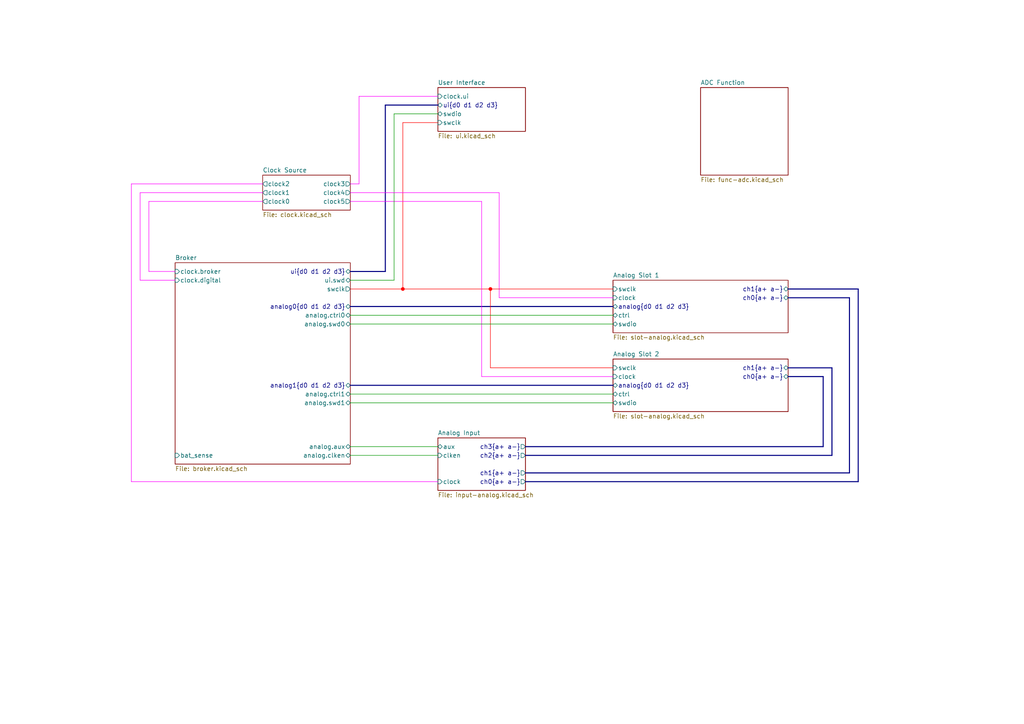
<source format=kicad_sch>
(kicad_sch (version 20221004) (generator eeschema)
  (paper "A4")
  (title_block (title "sin(π)") (date "2022-11-23") (rev "draft 0") (company "Porucha"))
  (lib_symbols)
  (junction (at 142.24 83.82) (color 255 0 0 1))
  (junction (at 116.84 83.82) (color 255 0 0 1))
  (wire (pts (xy 43.18 78.74) (xy 50.8 78.74)) (stroke (width 0) (color 255 0 255 1)))
  (wire (pts (xy 114.3 33.02) (xy 127 33.02)))
  (bus (pts (xy 152.4 139.7) (xy 248.92 139.7)))
  (wire (pts (xy 127 129.54) (xy 101.6 129.54)))
  (wire (pts (xy 101.6 91.44) (xy 177.8 91.44)))
  (bus (pts (xy 248.92 83.82) (xy 228.6 83.82)))
  (bus (pts (xy 238.76 129.54) (xy 152.4 129.54)))
  (bus (pts (xy 111.76 30.48) (xy 111.76 78.74)))
  (wire (pts (xy 101.6 53.34) (xy 104.14 53.34)) (stroke (width 0) (color 255 0 255 1)))
  (bus (pts (xy 228.6 86.36) (xy 246.38 86.36)))
  (wire (pts (xy 144.78 55.88) (xy 144.78 86.36)) (stroke (width 0) (color 255 0 255 1)))
  (bus (pts (xy 111.76 78.74) (xy 101.6 78.74)))
  (wire (pts (xy 116.84 83.82) (xy 116.84 35.56)) (stroke (width 0) (color 255 0 0 1)))
  (wire (pts (xy 104.14 27.94) (xy 127 27.94)) (stroke (width 0) (color 255 0 255 1)))
  (wire (pts (xy 139.7 109.22) (xy 139.7 58.42)) (stroke (width 0) (color 255 0 255 1)))
  (bus (pts (xy 241.3 106.68) (xy 241.3 132.08)))
  (wire (pts (xy 114.3 81.28) (xy 114.3 33.02)))
  (wire (pts (xy 116.84 35.56) (xy 127 35.56)) (stroke (width 0) (color 255 0 0 1)))
  (wire (pts (xy 142.24 83.82) (xy 177.8 83.82)) (stroke (width 0) (color 255 0 0 1)))
  (bus (pts (xy 246.38 137.16) (xy 152.4 137.16)))
  (bus (pts (xy 228.6 106.68) (xy 241.3 106.68)))
  (bus (pts (xy 238.76 109.22) (xy 238.76 129.54)))
  (wire (pts (xy 104.14 53.34) (xy 104.14 27.94)) (stroke (width 0) (color 255 0 255 1)))
  (wire (pts (xy 144.78 86.36) (xy 177.8 86.36)) (stroke (width 0) (color 255 0 255 1)))
  (wire (pts (xy 43.18 58.42) (xy 43.18 78.74)) (stroke (width 0) (color 255 0 255 1)))
  (wire (pts (xy 142.24 106.68) (xy 177.8 106.68)) (stroke (width 0) (color 255 0 0 1)))
  (bus (pts (xy 241.3 132.08) (xy 152.4 132.08)))
  (wire (pts (xy 101.6 116.84) (xy 177.8 116.84)))
  (wire (pts (xy 116.84 83.82) (xy 142.24 83.82)) (stroke (width 0) (color 255 0 0 1)))
  (wire (pts (xy 101.6 114.3) (xy 177.8 114.3)))
  (wire (pts (xy 40.64 55.88) (xy 40.64 81.28)) (stroke (width 0) (color 255 0 255 1)))
  (bus (pts (xy 101.6 111.76) (xy 177.8 111.76)))
  (wire (pts (xy 76.2 58.42) (xy 43.18 58.42)) (stroke (width 0) (color 255 0 255 1)))
  (bus (pts (xy 101.6 88.9) (xy 177.8 88.9)))
  (wire (pts (xy 101.6 83.82) (xy 116.84 83.82)) (stroke (width 0) (color 255 0 0 1)))
  (bus (pts (xy 248.92 139.7) (xy 248.92 83.82)))
  (wire (pts (xy 101.6 55.88) (xy 144.78 55.88)) (stroke (width 0) (color 255 0 255 1)))
  (wire (pts (xy 101.6 93.98) (xy 177.8 93.98)))
  (wire (pts (xy 40.64 81.28) (xy 50.8 81.28)) (stroke (width 0) (color 255 0 255 1)))
  (wire (pts (xy 101.6 81.28) (xy 114.3 81.28)))
  (wire (pts (xy 38.1 139.7) (xy 127 139.7)) (stroke (width 0) (color 255 0 255 1)))
  (wire (pts (xy 139.7 58.42) (xy 101.6 58.42)) (stroke (width 0) (color 255 0 255 1)))
  (bus (pts (xy 127 30.48) (xy 111.76 30.48)))
  (wire (pts (xy 76.2 53.34) (xy 38.1 53.34)) (stroke (width 0) (color 255 0 255 1)))
  (wire (pts (xy 142.24 83.82) (xy 142.24 106.68)) (stroke (width 0) (color 255 0 0 1)))
  (wire (pts (xy 76.2 55.88) (xy 40.64 55.88)) (stroke (width 0) (color 255 0 255 1)))
  (wire (pts (xy 101.6 132.08) (xy 127 132.08)))
  (wire (pts (xy 38.1 53.34) (xy 38.1 139.7)) (stroke (width 0) (color 255 0 255 1)))
  (wire (pts (xy 139.7 109.22) (xy 177.8 109.22)) (stroke (width 0) (color 255 0 255 1)))
  (bus (pts (xy 228.6 109.22) (xy 238.76 109.22)))
  (bus (pts (xy 246.38 86.36) (xy 246.38 137.16)))
  (sheet (at 50.8 76.2) (size 50.8 58.42) (stroke (width 0.1524))
    (property "Sheetname" "Broker" (at 50.8 75.4884 0) (effects (justify left bottom)))
    (property "Sheetfile" "broker.kicad_sch" (at 50.8 135.2046 0) (effects (justify left top)))
    (pin "bat_sense" input (at 50.8 132.08 180))
    (pin "clock.digital" input (at 50.8 81.28 180))
    (pin "swclk" output (at 101.6 83.82 0))
    (pin "ui.swd" bidirectional (at 101.6 81.28 0))
    (pin "ui{d0 d1 d2 d3}" bidirectional (at 101.6 78.74 0))
    (pin "clock.broker" input (at 50.8 78.74 180))
    (pin "analog.swd1" bidirectional (at 101.6 116.84 0))
    (pin "analog.swd0" bidirectional (at 101.6 93.98 0))
    (pin "analog1{d0 d1 d2 d3}" bidirectional (at 101.6 111.76 0))
    (pin "analog0{d0 d1 d2 d3}" bidirectional (at 101.6 88.9 0))
    (pin "analog.aux" bidirectional (at 101.6 129.54 0))
    (pin "analog.ctrl0" bidirectional (at 101.6 91.44 0))
    (pin "analog.ctrl1" bidirectional (at 101.6 114.3 0))
    (pin "analog.clken" bidirectional (at 101.6 132.08 0))
  )
  (sheet (at 76.2 50.8) (size 25.4 10.16) (stroke (width 0.1524))
    (property "Sheetname" "Clock Source" (at 76.2 50.0884 0) (effects (justify left bottom)))
    (property "Sheetfile" "clock.kicad_sch" (at 76.2 61.5446 0) (effects (justify left top)))
    (pin "clock0" output (at 76.2 58.42 180))
    (pin "clock1" output (at 76.2 55.88 180))
    (pin "clock2" output (at 76.2 53.34 180))
    (pin "clock3" output (at 101.6 53.34 0))
    (pin "clock4" output (at 101.6 55.88 0))
    (pin "clock5" output (at 101.6 58.42 0))
  )
  (sheet (at 127 25.4) (size 25.4 12.7) (stroke (width 0.1524))
    (property "Sheetname" "User Interface" (at 127 24.6884 0) (effects (justify left bottom)))
    (property "Sheetfile" "ui.kicad_sch" (at 127 38.6846 0) (effects (justify left top)))
    (pin "swdio" bidirectional (at 127 33.02 180))
    (pin "swclk" input (at 127 35.56 180))
    (pin "ui{d0 d1 d2 d3}" bidirectional (at 127 30.48 180))
    (pin "clock.ui" input (at 127 27.94 180))
  )
  (sheet (at 203.2 25.4) (size 25.4 25.4) (stroke (width 0.1524))
    (property "Sheetname" "ADC Function" (at 203.2 24.6884 0) (effects (justify left bottom)))
    (property "Sheetfile" "func-adc.kicad_sch" (at 203.2 51.3846 0) (effects (justify left top)))
  )
  (sheet (at 177.8 81.28) (size 50.8 15.24) (stroke (width 0.1524))
    (property "Sheetname" "Analog Slot 1" (at 177.8 80.5684 0) (effects (justify left bottom)))
    (property "Sheetfile" "slot-analog.kicad_sch" (at 177.8 97.1046 0) (effects (justify left top)))
    (pin "swdio" bidirectional (at 177.8 93.98 180))
    (pin "swclk" input (at 177.8 83.82 180))
    (pin "ctrl" bidirectional (at 177.8 91.44 180))
    (pin "clock" input (at 177.8 86.36 180))
    (pin "analog{d0 d1 d2 d3}" bidirectional (at 177.8 88.9 180))
    (pin "ch1{a+ a-}" bidirectional (at 228.6 83.82 0))
    (pin "ch0{a+ a-}" bidirectional (at 228.6 86.36 0))
  )
  (sheet (at 127 127) (size 25.4 15.24) (stroke (width 0.1524))
    (property "Sheetname" "Analog Input" (at 127 126.2884 0) (effects (justify left bottom)))
    (property "Sheetfile" "input-analog.kicad_sch" (at 127 142.8246 0) (effects (justify left top)))
    (pin "ch0{a+ a-}" output (at 152.4 139.7 0))
    (pin "ch1{a+ a-}" output (at 152.4 137.16 0))
    (pin "ch2{a+ a-}" output (at 152.4 132.08 0))
    (pin "ch3{a+ a-}" output (at 152.4 129.54 0))
    (pin "aux" bidirectional (at 127 129.54 180))
    (pin "clock" input (at 127 139.7 180))
    (pin "clken" input (at 127 132.08 180))
  )
  (sheet (at 177.8 104.14) (size 50.8 15.24) (stroke (width 0.1524))
    (property "Sheetname" "Analog Slot 2" (at 177.8 103.4284 0) (effects (justify left bottom)))
    (property "Sheetfile" "slot-analog.kicad_sch" (at 177.8 119.9646 0) (effects (justify left top)))
    (pin "swdio" bidirectional (at 177.8 116.84 180))
    (pin "swclk" input (at 177.8 106.68 180))
    (pin "ctrl" bidirectional (at 177.8 114.3 180))
    (pin "clock" input (at 177.8 109.22 180))
    (pin "analog{d0 d1 d2 d3}" bidirectional (at 177.8 111.76 180))
    (pin "ch1{a+ a-}" bidirectional (at 228.6 106.68 0))
    (pin "ch0{a+ a-}" bidirectional (at 228.6 109.22 0))
  )
)
</source>
